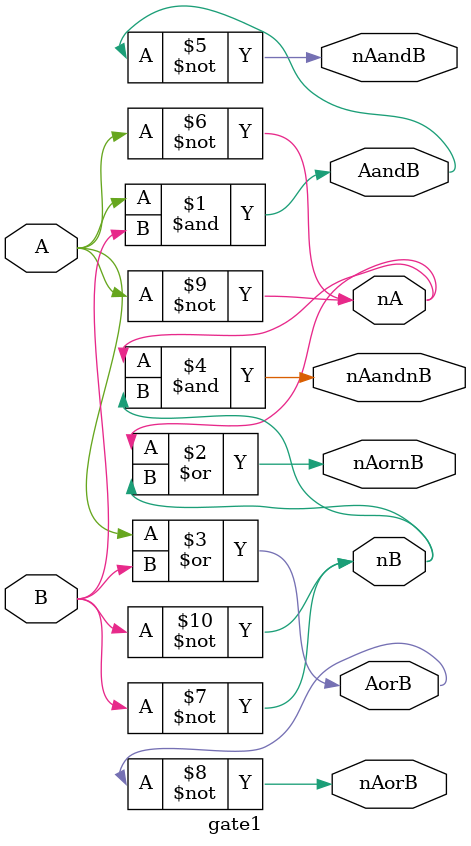
<source format=v>
module gate1
(
  input  A,          // Single bit inputs
  input  B,
  output AandB,
  output nAandB,

  output nA, 
  output nB, 
  output nAornB,

  output AorB,
  output nAorB,

  output nAandnB
);

  //gate 1
  //not(A and B)
  wire A;
  wire B;

  and andgate(AandB, A, B);
  not andgateinv(nAandB, AandB);

  //gate 2
  //notA or notB
  wire nA;
  wire nB;

  not ainv(nA, A);
  not binv(nB, B);
  or orgate(nAornB, nA, nB);

  //gate 3
  //not(A or B)
  
  or orgate(AorB, A, B);
  not orinv(nAorB, AorB);

  //gate 4
  //notA and notB

  not Ainv(nA, A);
  not Binv(nB, B);
  and andgate(nAandnB, nA, nB);
	
endmodule

//module gate2
//(
  //input A,
  //input B,
  //output nA,
  //output nB, 
  //output nAornB
//);

  //gate 2
  //notA or notB
  //wire nA;
  //wire nB;

  //not ainv(nA, A);
  //not binv(nB, B);
  //or orgate(nAornB, nA, nB);

//endmodule

//module gate3
//( 
  //input A,
  //input B,
  //output AorB,
  //output nAorB
//);

  //gate 3
  //not(A or B)
  //wire A;
  //wire B;
  
  //or orgate(AorB, A, B);
  //not orinv(nAorB, AorB);

//endmodule

//module gate4
//(
  //input A,
  //input B, 
  //output nA, 
  //output nB, 
  //output nAandnB
//);
  
  //gate 4
  //notA and notB
  //wire nA;
  //wire nB;
  //not Ainv(nA, A);
  //not Binv(nB, B);
  //and andgate(nAandnB, nA, nB);

//endmodule

</source>
